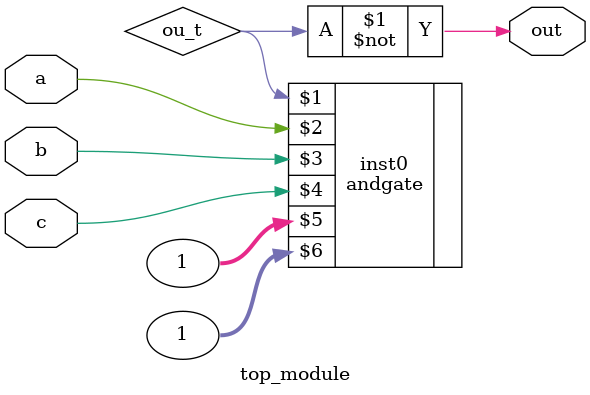
<source format=v>
module top_module (
    input a, 
    input b,
    input c,
    output out);//
 wire ou_t;
    assign out = ~ou_t;
    andgate inst0(ou_t ,a,b,c,1,1);
    

endmodule

</source>
